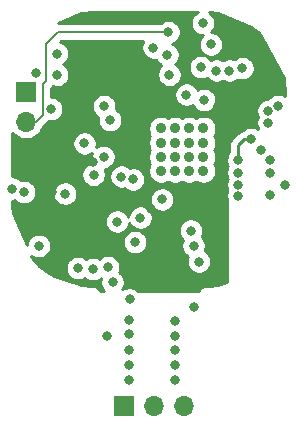
<source format=gbr>
G04 #@! TF.GenerationSoftware,KiCad,Pcbnew,(5.1.5)-3*
G04 #@! TF.CreationDate,2021-08-20T07:44:16+02:00*
G04 #@! TF.ProjectId,nRF52832_qfaa,6e524635-3238-4333-925f-716661612e6b,rev?*
G04 #@! TF.SameCoordinates,Original*
G04 #@! TF.FileFunction,Copper,L3,Inr*
G04 #@! TF.FilePolarity,Positive*
%FSLAX46Y46*%
G04 Gerber Fmt 4.6, Leading zero omitted, Abs format (unit mm)*
G04 Created by KiCad (PCBNEW (5.1.5)-3) date 2021-08-20 07:44:16*
%MOMM*%
%LPD*%
G04 APERTURE LIST*
%ADD10O,1.700000X1.700000*%
%ADD11R,1.700000X1.700000*%
%ADD12C,0.908000*%
%ADD13C,0.800000*%
%ADD14C,0.250000*%
%ADD15C,0.200000*%
%ADD16C,0.254000*%
G04 APERTURE END LIST*
D10*
X136271000Y-103632000D03*
D11*
X136271000Y-101092000D03*
D10*
X149631400Y-127685800D03*
X147091400Y-127685800D03*
D11*
X144551400Y-127685800D03*
D12*
X151301100Y-107803600D03*
X151301100Y-106603600D03*
X151301100Y-105403600D03*
X151301100Y-104203600D03*
X150101100Y-107803600D03*
X150101100Y-106603600D03*
X150101100Y-105403600D03*
X150101100Y-104203600D03*
X148901100Y-107803600D03*
X148901100Y-106603600D03*
X148901100Y-105403600D03*
X148901100Y-104203600D03*
X147701100Y-107803600D03*
X147701100Y-106603600D03*
X147701100Y-105403600D03*
X147701100Y-104203600D03*
D13*
X148259800Y-97967800D03*
X148412200Y-99669600D03*
X143992600Y-112090200D03*
X142901100Y-102303600D03*
X152401100Y-99303600D03*
X156801100Y-102703600D03*
X156801100Y-103703600D03*
X143401100Y-103503600D03*
X157601100Y-102303600D03*
X153501100Y-99303600D03*
X154254200Y-107950000D03*
X154254200Y-108966000D03*
X154254200Y-109905800D03*
X156946600Y-109855000D03*
X156946600Y-107975400D03*
X158191200Y-108966000D03*
X156946600Y-106908600D03*
X156210000Y-105994200D03*
X155321000Y-105105200D03*
X154254200Y-106883200D03*
X154601100Y-99103600D03*
X139598400Y-109728000D03*
X145973800Y-111760000D03*
X141224000Y-105460800D03*
X137363200Y-114147600D03*
X143611600Y-117221000D03*
X142011400Y-108127800D03*
X143179800Y-121742200D03*
X145059400Y-118668800D03*
X144983200Y-125501400D03*
X144983200Y-122961400D03*
X144983200Y-121615200D03*
X151084000Y-99004400D03*
X151257000Y-95275400D03*
X137160000Y-99466400D03*
X138404600Y-102565200D03*
X149860000Y-101346000D03*
X152501100Y-102303600D03*
X138506200Y-109601000D03*
X146837400Y-111048800D03*
X145592800Y-115138200D03*
X141986000Y-107061000D03*
X144983200Y-120421400D03*
X145719800Y-101015800D03*
X148920200Y-120472200D03*
X148920200Y-121742200D03*
X148920200Y-125526800D03*
X150545800Y-119354600D03*
X150926800Y-115468400D03*
X148920200Y-122961400D03*
X150469600Y-114147600D03*
X150241000Y-112852200D03*
X148920200Y-124256800D03*
X144983200Y-124231400D03*
X138912600Y-97869600D03*
X147066000Y-97358200D03*
X151942800Y-97078800D03*
X138912600Y-99669600D03*
X148336000Y-96037400D03*
X147802600Y-110210600D03*
X135077200Y-109296200D03*
X151358600Y-101803200D03*
X143205200Y-115951000D03*
X145516600Y-113817400D03*
X141935200Y-116103400D03*
X145338800Y-108508800D03*
X140665200Y-116027200D03*
X144348200Y-108280200D03*
X142849600Y-106603800D03*
X136118600Y-109601000D03*
D14*
X154254200Y-105587800D02*
X154254200Y-106883200D01*
X155321000Y-105105200D02*
X154736800Y-105105200D01*
X154736800Y-105105200D02*
X154254200Y-105587800D01*
D15*
X136271000Y-103632000D02*
X137109200Y-103632000D01*
X137109200Y-103632000D02*
X137693400Y-103047800D01*
X137693400Y-103047800D02*
X137693400Y-100457000D01*
X137693400Y-100457000D02*
X137947400Y-100203000D01*
X137947400Y-100203000D02*
X137947400Y-97053400D01*
X137947400Y-97053400D02*
X138963400Y-96037400D01*
X138963400Y-96037400D02*
X148336000Y-96037400D01*
X148336000Y-96037400D02*
X148336000Y-96037400D01*
D16*
G36*
X150766744Y-94358195D02*
G01*
X150597226Y-94471463D01*
X150453063Y-94615626D01*
X150339795Y-94785144D01*
X150261774Y-94973502D01*
X150222000Y-95173461D01*
X150222000Y-95377339D01*
X150261774Y-95577298D01*
X150339795Y-95765656D01*
X150453063Y-95935174D01*
X150597226Y-96079337D01*
X150766744Y-96192605D01*
X150955102Y-96270626D01*
X151155061Y-96310400D01*
X151247489Y-96310400D01*
X151138863Y-96419026D01*
X151025595Y-96588544D01*
X150947574Y-96776902D01*
X150907800Y-96976861D01*
X150907800Y-97180739D01*
X150947574Y-97380698D01*
X151025595Y-97569056D01*
X151138863Y-97738574D01*
X151283026Y-97882737D01*
X151452544Y-97996005D01*
X151640902Y-98074026D01*
X151840861Y-98113800D01*
X152044739Y-98113800D01*
X152244698Y-98074026D01*
X152433056Y-97996005D01*
X152602574Y-97882737D01*
X152746737Y-97738574D01*
X152860005Y-97569056D01*
X152938026Y-97380698D01*
X152977800Y-97180739D01*
X152977800Y-96976861D01*
X152938026Y-96776902D01*
X152860005Y-96588544D01*
X152746737Y-96419026D01*
X152602574Y-96274863D01*
X152433056Y-96161595D01*
X152244698Y-96083574D01*
X152044739Y-96043800D01*
X151952311Y-96043800D01*
X152060937Y-95935174D01*
X152174205Y-95765656D01*
X152252226Y-95577298D01*
X152292000Y-95377339D01*
X152292000Y-95173461D01*
X152252226Y-94973502D01*
X152174205Y-94785144D01*
X152060937Y-94615626D01*
X151916774Y-94471463D01*
X151749625Y-94359778D01*
X152413603Y-94407955D01*
X152546081Y-94437203D01*
X155314759Y-95571360D01*
X155927698Y-96039141D01*
X156116582Y-96232359D01*
X158101050Y-99967830D01*
X158165605Y-100295355D01*
X158216679Y-101107667D01*
X158211130Y-101466425D01*
X158091356Y-101386395D01*
X157902998Y-101308374D01*
X157703039Y-101268600D01*
X157499161Y-101268600D01*
X157299202Y-101308374D01*
X157110844Y-101386395D01*
X156941326Y-101499663D01*
X156797163Y-101643826D01*
X156780610Y-101668600D01*
X156699161Y-101668600D01*
X156499202Y-101708374D01*
X156310844Y-101786395D01*
X156141326Y-101899663D01*
X155997163Y-102043826D01*
X155883895Y-102213344D01*
X155805874Y-102401702D01*
X155766100Y-102601661D01*
X155766100Y-102805539D01*
X155805874Y-103005498D01*
X155883895Y-103193856D01*
X155890406Y-103203600D01*
X155883895Y-103213344D01*
X155805874Y-103401702D01*
X155766100Y-103601661D01*
X155766100Y-103805539D01*
X155805874Y-104005498D01*
X155883895Y-104193856D01*
X155935408Y-104270950D01*
X155811256Y-104187995D01*
X155622898Y-104109974D01*
X155422939Y-104070200D01*
X155219061Y-104070200D01*
X155019102Y-104109974D01*
X154830744Y-104187995D01*
X154661226Y-104301263D01*
X154608311Y-104354178D01*
X154587814Y-104356197D01*
X154444553Y-104399654D01*
X154312524Y-104470226D01*
X154196799Y-104565199D01*
X154173000Y-104594198D01*
X153743202Y-105023997D01*
X153714199Y-105047799D01*
X153690239Y-105076995D01*
X153619226Y-105163524D01*
X153570766Y-105254186D01*
X153548654Y-105295554D01*
X153505197Y-105438815D01*
X153494200Y-105550468D01*
X153494200Y-105550478D01*
X153490524Y-105587800D01*
X153494200Y-105625123D01*
X153494200Y-106179489D01*
X153450263Y-106223426D01*
X153336995Y-106392944D01*
X153258974Y-106581302D01*
X153219200Y-106781261D01*
X153219200Y-106985139D01*
X153258974Y-107185098D01*
X153336995Y-107373456D01*
X153365823Y-107416600D01*
X153336995Y-107459744D01*
X153258974Y-107648102D01*
X153219200Y-107848061D01*
X153219200Y-108051939D01*
X153258974Y-108251898D01*
X153336995Y-108440256D01*
X153348851Y-108458000D01*
X153336995Y-108475744D01*
X153258974Y-108664102D01*
X153219200Y-108864061D01*
X153219200Y-109067939D01*
X153258974Y-109267898D01*
X153328563Y-109435900D01*
X153258974Y-109603902D01*
X153219200Y-109803861D01*
X153219200Y-110007739D01*
X153258974Y-110207698D01*
X153289000Y-110280187D01*
X153289000Y-117175250D01*
X152545495Y-117442619D01*
X151767010Y-117523643D01*
X151612199Y-117526200D01*
X151543419Y-117526200D01*
X151511000Y-117523007D01*
X151460569Y-117527974D01*
X151381617Y-117535750D01*
X151257207Y-117573490D01*
X151142550Y-117634775D01*
X151042052Y-117717252D01*
X150959575Y-117817750D01*
X150898401Y-117932200D01*
X145786511Y-117932200D01*
X145719174Y-117864863D01*
X145549656Y-117751595D01*
X145361298Y-117673574D01*
X145161339Y-117633800D01*
X144957461Y-117633800D01*
X144757502Y-117673574D01*
X144569144Y-117751595D01*
X144447576Y-117832824D01*
X144528805Y-117711256D01*
X144606826Y-117522898D01*
X144646600Y-117322939D01*
X144646600Y-117119061D01*
X144606826Y-116919102D01*
X144528805Y-116730744D01*
X144415537Y-116561226D01*
X144271374Y-116417063D01*
X144162546Y-116344347D01*
X144200426Y-116252898D01*
X144240200Y-116052939D01*
X144240200Y-115849061D01*
X144200426Y-115649102D01*
X144122405Y-115460744D01*
X144009137Y-115291226D01*
X143864974Y-115147063D01*
X143695456Y-115033795D01*
X143507098Y-114955774D01*
X143307139Y-114916000D01*
X143103261Y-114916000D01*
X142903302Y-114955774D01*
X142714944Y-115033795D01*
X142545426Y-115147063D01*
X142473915Y-115218574D01*
X142425456Y-115186195D01*
X142237098Y-115108174D01*
X142037139Y-115068400D01*
X141833261Y-115068400D01*
X141633302Y-115108174D01*
X141444944Y-115186195D01*
X141350806Y-115249095D01*
X141324974Y-115223263D01*
X141155456Y-115109995D01*
X140967098Y-115031974D01*
X140767139Y-114992200D01*
X140563261Y-114992200D01*
X140363302Y-115031974D01*
X140174944Y-115109995D01*
X140005426Y-115223263D01*
X139861263Y-115367426D01*
X139747995Y-115536944D01*
X139669974Y-115725302D01*
X139630200Y-115925261D01*
X139630200Y-116129139D01*
X139669974Y-116329098D01*
X139747995Y-116517456D01*
X139861263Y-116686974D01*
X140005426Y-116831137D01*
X140174944Y-116944405D01*
X140363302Y-117022426D01*
X140563261Y-117062200D01*
X140767139Y-117062200D01*
X140967098Y-117022426D01*
X141155456Y-116944405D01*
X141249594Y-116881505D01*
X141275426Y-116907337D01*
X141444944Y-117020605D01*
X141633302Y-117098626D01*
X141833261Y-117138400D01*
X142037139Y-117138400D01*
X142237098Y-117098626D01*
X142425456Y-117020605D01*
X142594974Y-116907337D01*
X142639825Y-116862486D01*
X142616374Y-116919102D01*
X142576600Y-117119061D01*
X142576600Y-117322939D01*
X142616374Y-117522898D01*
X142694395Y-117711256D01*
X142807663Y-117880774D01*
X142859089Y-117932200D01*
X142522376Y-117932200D01*
X142461225Y-117817793D01*
X142378748Y-117717295D01*
X142278249Y-117634818D01*
X142163592Y-117573533D01*
X142039182Y-117535793D01*
X141909800Y-117523050D01*
X141901274Y-117523890D01*
X140930997Y-117453488D01*
X140733715Y-117409932D01*
X138669725Y-116680239D01*
X138197047Y-116417689D01*
X137416899Y-115822299D01*
X136843566Y-115235808D01*
X136726592Y-114967016D01*
X136872944Y-115064805D01*
X137061302Y-115142826D01*
X137261261Y-115182600D01*
X137465139Y-115182600D01*
X137665098Y-115142826D01*
X137853456Y-115064805D01*
X138022974Y-114951537D01*
X138167137Y-114807374D01*
X138280405Y-114637856D01*
X138358426Y-114449498D01*
X138398200Y-114249539D01*
X138398200Y-114045661D01*
X138358426Y-113845702D01*
X138304479Y-113715461D01*
X144481600Y-113715461D01*
X144481600Y-113919339D01*
X144521374Y-114119298D01*
X144599395Y-114307656D01*
X144712663Y-114477174D01*
X144856826Y-114621337D01*
X145026344Y-114734605D01*
X145214702Y-114812626D01*
X145414661Y-114852400D01*
X145618539Y-114852400D01*
X145818498Y-114812626D01*
X146006856Y-114734605D01*
X146176374Y-114621337D01*
X146320537Y-114477174D01*
X146433805Y-114307656D01*
X146511826Y-114119298D01*
X146551600Y-113919339D01*
X146551600Y-113715461D01*
X146511826Y-113515502D01*
X146433805Y-113327144D01*
X146320537Y-113157626D01*
X146176374Y-113013463D01*
X146006856Y-112900195D01*
X145818498Y-112822174D01*
X145618539Y-112782400D01*
X145414661Y-112782400D01*
X145214702Y-112822174D01*
X145026344Y-112900195D01*
X144856826Y-113013463D01*
X144712663Y-113157626D01*
X144599395Y-113327144D01*
X144521374Y-113515502D01*
X144481600Y-113715461D01*
X138304479Y-113715461D01*
X138280405Y-113657344D01*
X138167137Y-113487826D01*
X138022974Y-113343663D01*
X137853456Y-113230395D01*
X137665098Y-113152374D01*
X137465139Y-113112600D01*
X137261261Y-113112600D01*
X137061302Y-113152374D01*
X136872944Y-113230395D01*
X136703426Y-113343663D01*
X136559263Y-113487826D01*
X136445995Y-113657344D01*
X136367974Y-113845702D01*
X136328200Y-114045661D01*
X136328200Y-114051563D01*
X135430282Y-111988261D01*
X142957600Y-111988261D01*
X142957600Y-112192139D01*
X142997374Y-112392098D01*
X143075395Y-112580456D01*
X143188663Y-112749974D01*
X143332826Y-112894137D01*
X143502344Y-113007405D01*
X143690702Y-113085426D01*
X143890661Y-113125200D01*
X144094539Y-113125200D01*
X144294498Y-113085426D01*
X144482856Y-113007405D01*
X144652374Y-112894137D01*
X144796537Y-112749974D01*
X144909805Y-112580456D01*
X144987826Y-112392098D01*
X145027600Y-112192139D01*
X145027600Y-112180256D01*
X145056595Y-112250256D01*
X145169863Y-112419774D01*
X145314026Y-112563937D01*
X145483544Y-112677205D01*
X145671902Y-112755226D01*
X145871861Y-112795000D01*
X146075739Y-112795000D01*
X146275698Y-112755226D01*
X146287684Y-112750261D01*
X149206000Y-112750261D01*
X149206000Y-112954139D01*
X149245774Y-113154098D01*
X149323795Y-113342456D01*
X149437063Y-113511974D01*
X149564427Y-113639338D01*
X149552395Y-113657344D01*
X149474374Y-113845702D01*
X149434600Y-114045661D01*
X149434600Y-114249539D01*
X149474374Y-114449498D01*
X149552395Y-114637856D01*
X149665663Y-114807374D01*
X149809826Y-114951537D01*
X149974922Y-115061851D01*
X149931574Y-115166502D01*
X149891800Y-115366461D01*
X149891800Y-115570339D01*
X149931574Y-115770298D01*
X150009595Y-115958656D01*
X150122863Y-116128174D01*
X150267026Y-116272337D01*
X150436544Y-116385605D01*
X150624902Y-116463626D01*
X150824861Y-116503400D01*
X151028739Y-116503400D01*
X151228698Y-116463626D01*
X151417056Y-116385605D01*
X151586574Y-116272337D01*
X151730737Y-116128174D01*
X151844005Y-115958656D01*
X151922026Y-115770298D01*
X151961800Y-115570339D01*
X151961800Y-115366461D01*
X151922026Y-115166502D01*
X151844005Y-114978144D01*
X151730737Y-114808626D01*
X151586574Y-114664463D01*
X151421478Y-114554149D01*
X151464826Y-114449498D01*
X151504600Y-114249539D01*
X151504600Y-114045661D01*
X151464826Y-113845702D01*
X151386805Y-113657344D01*
X151273537Y-113487826D01*
X151146173Y-113360462D01*
X151158205Y-113342456D01*
X151236226Y-113154098D01*
X151276000Y-112954139D01*
X151276000Y-112750261D01*
X151236226Y-112550302D01*
X151158205Y-112361944D01*
X151044937Y-112192426D01*
X150900774Y-112048263D01*
X150731256Y-111934995D01*
X150542898Y-111856974D01*
X150342939Y-111817200D01*
X150139061Y-111817200D01*
X149939102Y-111856974D01*
X149750744Y-111934995D01*
X149581226Y-112048263D01*
X149437063Y-112192426D01*
X149323795Y-112361944D01*
X149245774Y-112550302D01*
X149206000Y-112750261D01*
X146287684Y-112750261D01*
X146464056Y-112677205D01*
X146633574Y-112563937D01*
X146777737Y-112419774D01*
X146891005Y-112250256D01*
X146969026Y-112061898D01*
X147008800Y-111861939D01*
X147008800Y-111658061D01*
X146969026Y-111458102D01*
X146891005Y-111269744D01*
X146777737Y-111100226D01*
X146633574Y-110956063D01*
X146464056Y-110842795D01*
X146275698Y-110764774D01*
X146075739Y-110725000D01*
X145871861Y-110725000D01*
X145671902Y-110764774D01*
X145483544Y-110842795D01*
X145314026Y-110956063D01*
X145169863Y-111100226D01*
X145056595Y-111269744D01*
X144978574Y-111458102D01*
X144938800Y-111658061D01*
X144938800Y-111669944D01*
X144909805Y-111599944D01*
X144796537Y-111430426D01*
X144652374Y-111286263D01*
X144482856Y-111172995D01*
X144294498Y-111094974D01*
X144094539Y-111055200D01*
X143890661Y-111055200D01*
X143690702Y-111094974D01*
X143502344Y-111172995D01*
X143332826Y-111286263D01*
X143188663Y-111430426D01*
X143075395Y-111599944D01*
X142997374Y-111788302D01*
X142957600Y-111988261D01*
X135430282Y-111988261D01*
X135167585Y-111384617D01*
X135127600Y-110748676D01*
X135127600Y-110331200D01*
X135179139Y-110331200D01*
X135350920Y-110297031D01*
X135458826Y-110404937D01*
X135628344Y-110518205D01*
X135816702Y-110596226D01*
X136016661Y-110636000D01*
X136220539Y-110636000D01*
X136420498Y-110596226D01*
X136608856Y-110518205D01*
X136778374Y-110404937D01*
X136922537Y-110260774D01*
X137035805Y-110091256D01*
X137113826Y-109902898D01*
X137153600Y-109702939D01*
X137153600Y-109626061D01*
X138563400Y-109626061D01*
X138563400Y-109829939D01*
X138603174Y-110029898D01*
X138681195Y-110218256D01*
X138794463Y-110387774D01*
X138938626Y-110531937D01*
X139108144Y-110645205D01*
X139296502Y-110723226D01*
X139496461Y-110763000D01*
X139700339Y-110763000D01*
X139900298Y-110723226D01*
X140088656Y-110645205D01*
X140258174Y-110531937D01*
X140402337Y-110387774D01*
X140515605Y-110218256D01*
X140561001Y-110108661D01*
X146767600Y-110108661D01*
X146767600Y-110312539D01*
X146807374Y-110512498D01*
X146885395Y-110700856D01*
X146998663Y-110870374D01*
X147142826Y-111014537D01*
X147312344Y-111127805D01*
X147500702Y-111205826D01*
X147700661Y-111245600D01*
X147904539Y-111245600D01*
X148104498Y-111205826D01*
X148292856Y-111127805D01*
X148462374Y-111014537D01*
X148606537Y-110870374D01*
X148719805Y-110700856D01*
X148797826Y-110512498D01*
X148837600Y-110312539D01*
X148837600Y-110108661D01*
X148797826Y-109908702D01*
X148719805Y-109720344D01*
X148606537Y-109550826D01*
X148462374Y-109406663D01*
X148292856Y-109293395D01*
X148104498Y-109215374D01*
X147904539Y-109175600D01*
X147700661Y-109175600D01*
X147500702Y-109215374D01*
X147312344Y-109293395D01*
X147142826Y-109406663D01*
X146998663Y-109550826D01*
X146885395Y-109720344D01*
X146807374Y-109908702D01*
X146767600Y-110108661D01*
X140561001Y-110108661D01*
X140593626Y-110029898D01*
X140633400Y-109829939D01*
X140633400Y-109626061D01*
X140593626Y-109426102D01*
X140515605Y-109237744D01*
X140402337Y-109068226D01*
X140258174Y-108924063D01*
X140088656Y-108810795D01*
X139900298Y-108732774D01*
X139700339Y-108693000D01*
X139496461Y-108693000D01*
X139296502Y-108732774D01*
X139108144Y-108810795D01*
X138938626Y-108924063D01*
X138794463Y-109068226D01*
X138681195Y-109237744D01*
X138603174Y-109426102D01*
X138563400Y-109626061D01*
X137153600Y-109626061D01*
X137153600Y-109499061D01*
X137113826Y-109299102D01*
X137035805Y-109110744D01*
X136922537Y-108941226D01*
X136778374Y-108797063D01*
X136608856Y-108683795D01*
X136420498Y-108605774D01*
X136220539Y-108566000D01*
X136016661Y-108566000D01*
X135844880Y-108600169D01*
X135736974Y-108492263D01*
X135567456Y-108378995D01*
X135379098Y-108300974D01*
X135179139Y-108261200D01*
X135127600Y-108261200D01*
X135127600Y-105358861D01*
X140189000Y-105358861D01*
X140189000Y-105562739D01*
X140228774Y-105762698D01*
X140306795Y-105951056D01*
X140420063Y-106120574D01*
X140564226Y-106264737D01*
X140733744Y-106378005D01*
X140922102Y-106456026D01*
X141122061Y-106495800D01*
X141325939Y-106495800D01*
X141525898Y-106456026D01*
X141714256Y-106378005D01*
X141864409Y-106277677D01*
X141854374Y-106301902D01*
X141814600Y-106501861D01*
X141814600Y-106705739D01*
X141854374Y-106905698D01*
X141931875Y-107092800D01*
X141909461Y-107092800D01*
X141709502Y-107132574D01*
X141521144Y-107210595D01*
X141351626Y-107323863D01*
X141207463Y-107468026D01*
X141094195Y-107637544D01*
X141016174Y-107825902D01*
X140976400Y-108025861D01*
X140976400Y-108229739D01*
X141016174Y-108429698D01*
X141094195Y-108618056D01*
X141207463Y-108787574D01*
X141351626Y-108931737D01*
X141521144Y-109045005D01*
X141709502Y-109123026D01*
X141909461Y-109162800D01*
X142113339Y-109162800D01*
X142313298Y-109123026D01*
X142501656Y-109045005D01*
X142671174Y-108931737D01*
X142815337Y-108787574D01*
X142928605Y-108618056D01*
X143006626Y-108429698D01*
X143046400Y-108229739D01*
X143046400Y-108178261D01*
X143313200Y-108178261D01*
X143313200Y-108382139D01*
X143352974Y-108582098D01*
X143430995Y-108770456D01*
X143544263Y-108939974D01*
X143688426Y-109084137D01*
X143857944Y-109197405D01*
X144046302Y-109275426D01*
X144246261Y-109315200D01*
X144450139Y-109315200D01*
X144643106Y-109276817D01*
X144679026Y-109312737D01*
X144848544Y-109426005D01*
X145036902Y-109504026D01*
X145236861Y-109543800D01*
X145440739Y-109543800D01*
X145640698Y-109504026D01*
X145829056Y-109426005D01*
X145998574Y-109312737D01*
X146142737Y-109168574D01*
X146256005Y-108999056D01*
X146334026Y-108810698D01*
X146373800Y-108610739D01*
X146373800Y-108406861D01*
X146334026Y-108206902D01*
X146256005Y-108018544D01*
X146142737Y-107849026D01*
X145998574Y-107704863D01*
X145829056Y-107591595D01*
X145640698Y-107513574D01*
X145440739Y-107473800D01*
X145236861Y-107473800D01*
X145043894Y-107512183D01*
X145007974Y-107476263D01*
X144838456Y-107362995D01*
X144650098Y-107284974D01*
X144450139Y-107245200D01*
X144246261Y-107245200D01*
X144046302Y-107284974D01*
X143857944Y-107362995D01*
X143688426Y-107476263D01*
X143544263Y-107620426D01*
X143430995Y-107789944D01*
X143352974Y-107978302D01*
X143313200Y-108178261D01*
X143046400Y-108178261D01*
X143046400Y-108025861D01*
X143006626Y-107825902D01*
X142929125Y-107638800D01*
X142951539Y-107638800D01*
X143151498Y-107599026D01*
X143339856Y-107521005D01*
X143509374Y-107407737D01*
X143653537Y-107263574D01*
X143766805Y-107094056D01*
X143844826Y-106905698D01*
X143884600Y-106705739D01*
X143884600Y-106501861D01*
X143844826Y-106301902D01*
X143766805Y-106113544D01*
X143653537Y-105944026D01*
X143509374Y-105799863D01*
X143339856Y-105686595D01*
X143151498Y-105608574D01*
X142951539Y-105568800D01*
X142747661Y-105568800D01*
X142547702Y-105608574D01*
X142359344Y-105686595D01*
X142209191Y-105786923D01*
X142219226Y-105762698D01*
X142259000Y-105562739D01*
X142259000Y-105358861D01*
X142219226Y-105158902D01*
X142141205Y-104970544D01*
X142027937Y-104801026D01*
X141883774Y-104656863D01*
X141714256Y-104543595D01*
X141525898Y-104465574D01*
X141325939Y-104425800D01*
X141122061Y-104425800D01*
X140922102Y-104465574D01*
X140733744Y-104543595D01*
X140564226Y-104656863D01*
X140420063Y-104801026D01*
X140306795Y-104970544D01*
X140228774Y-105158902D01*
X140189000Y-105358861D01*
X135127600Y-105358861D01*
X135127600Y-104588707D01*
X135324368Y-104785475D01*
X135567589Y-104947990D01*
X135837842Y-105059932D01*
X136124740Y-105117000D01*
X136417260Y-105117000D01*
X136704158Y-105059932D01*
X136974411Y-104947990D01*
X137217632Y-104785475D01*
X137424475Y-104578632D01*
X137586990Y-104335411D01*
X137687225Y-104093421D01*
X138187597Y-103593050D01*
X138203032Y-103580383D01*
X138302661Y-103600200D01*
X138506539Y-103600200D01*
X138706498Y-103560426D01*
X138894856Y-103482405D01*
X139064374Y-103369137D01*
X139208537Y-103224974D01*
X139321805Y-103055456D01*
X139399826Y-102867098D01*
X139439600Y-102667139D01*
X139439600Y-102463261D01*
X139399826Y-102263302D01*
X139374294Y-102201661D01*
X141866100Y-102201661D01*
X141866100Y-102405539D01*
X141905874Y-102605498D01*
X141983895Y-102793856D01*
X142097163Y-102963374D01*
X142241326Y-103107537D01*
X142403103Y-103215633D01*
X142366100Y-103401661D01*
X142366100Y-103605539D01*
X142405874Y-103805498D01*
X142483895Y-103993856D01*
X142597163Y-104163374D01*
X142741326Y-104307537D01*
X142910844Y-104420805D01*
X143099202Y-104498826D01*
X143299161Y-104538600D01*
X143503039Y-104538600D01*
X143702998Y-104498826D01*
X143891356Y-104420805D01*
X144060874Y-104307537D01*
X144205037Y-104163374D01*
X144249825Y-104096343D01*
X146612100Y-104096343D01*
X146612100Y-104310857D01*
X146653950Y-104521250D01*
X146736041Y-104719435D01*
X146792278Y-104803600D01*
X146736041Y-104887765D01*
X146653950Y-105085950D01*
X146612100Y-105296343D01*
X146612100Y-105510857D01*
X146653950Y-105721250D01*
X146736041Y-105919435D01*
X146792278Y-106003600D01*
X146736041Y-106087765D01*
X146653950Y-106285950D01*
X146612100Y-106496343D01*
X146612100Y-106710857D01*
X146653950Y-106921250D01*
X146736041Y-107119435D01*
X146792278Y-107203600D01*
X146736041Y-107287765D01*
X146653950Y-107485950D01*
X146612100Y-107696343D01*
X146612100Y-107910857D01*
X146653950Y-108121250D01*
X146736041Y-108319435D01*
X146855219Y-108497797D01*
X147006903Y-108649481D01*
X147185265Y-108768659D01*
X147383450Y-108850750D01*
X147593843Y-108892600D01*
X147808357Y-108892600D01*
X148018750Y-108850750D01*
X148216935Y-108768659D01*
X148301100Y-108712422D01*
X148385265Y-108768659D01*
X148583450Y-108850750D01*
X148793843Y-108892600D01*
X149008357Y-108892600D01*
X149218750Y-108850750D01*
X149416935Y-108768659D01*
X149501100Y-108712422D01*
X149585265Y-108768659D01*
X149783450Y-108850750D01*
X149993843Y-108892600D01*
X150208357Y-108892600D01*
X150418750Y-108850750D01*
X150616935Y-108768659D01*
X150701100Y-108712422D01*
X150785265Y-108768659D01*
X150983450Y-108850750D01*
X151193843Y-108892600D01*
X151408357Y-108892600D01*
X151618750Y-108850750D01*
X151816935Y-108768659D01*
X151995297Y-108649481D01*
X152146981Y-108497797D01*
X152266159Y-108319435D01*
X152348250Y-108121250D01*
X152390100Y-107910857D01*
X152390100Y-107696343D01*
X152348250Y-107485950D01*
X152266159Y-107287765D01*
X152209922Y-107203600D01*
X152266159Y-107119435D01*
X152348250Y-106921250D01*
X152390100Y-106710857D01*
X152390100Y-106496343D01*
X152348250Y-106285950D01*
X152266159Y-106087765D01*
X152209922Y-106003600D01*
X152266159Y-105919435D01*
X152348250Y-105721250D01*
X152390100Y-105510857D01*
X152390100Y-105296343D01*
X152348250Y-105085950D01*
X152266159Y-104887765D01*
X152209922Y-104803600D01*
X152266159Y-104719435D01*
X152348250Y-104521250D01*
X152390100Y-104310857D01*
X152390100Y-104096343D01*
X152348250Y-103885950D01*
X152266159Y-103687765D01*
X152146981Y-103509403D01*
X151995297Y-103357719D01*
X151816935Y-103238541D01*
X151618750Y-103156450D01*
X151408357Y-103114600D01*
X151193843Y-103114600D01*
X150983450Y-103156450D01*
X150785265Y-103238541D01*
X150701100Y-103294778D01*
X150616935Y-103238541D01*
X150418750Y-103156450D01*
X150208357Y-103114600D01*
X149993843Y-103114600D01*
X149783450Y-103156450D01*
X149585265Y-103238541D01*
X149501100Y-103294778D01*
X149416935Y-103238541D01*
X149218750Y-103156450D01*
X149008357Y-103114600D01*
X148793843Y-103114600D01*
X148583450Y-103156450D01*
X148385265Y-103238541D01*
X148301100Y-103294778D01*
X148216935Y-103238541D01*
X148018750Y-103156450D01*
X147808357Y-103114600D01*
X147593843Y-103114600D01*
X147383450Y-103156450D01*
X147185265Y-103238541D01*
X147006903Y-103357719D01*
X146855219Y-103509403D01*
X146736041Y-103687765D01*
X146653950Y-103885950D01*
X146612100Y-104096343D01*
X144249825Y-104096343D01*
X144318305Y-103993856D01*
X144396326Y-103805498D01*
X144436100Y-103605539D01*
X144436100Y-103401661D01*
X144396326Y-103201702D01*
X144318305Y-103013344D01*
X144205037Y-102843826D01*
X144060874Y-102699663D01*
X143899097Y-102591567D01*
X143936100Y-102405539D01*
X143936100Y-102201661D01*
X143896326Y-102001702D01*
X143818305Y-101813344D01*
X143705037Y-101643826D01*
X143560874Y-101499663D01*
X143391356Y-101386395D01*
X143202998Y-101308374D01*
X143003039Y-101268600D01*
X142799161Y-101268600D01*
X142599202Y-101308374D01*
X142410844Y-101386395D01*
X142241326Y-101499663D01*
X142097163Y-101643826D01*
X141983895Y-101813344D01*
X141905874Y-102001702D01*
X141866100Y-102201661D01*
X139374294Y-102201661D01*
X139321805Y-102074944D01*
X139208537Y-101905426D01*
X139064374Y-101761263D01*
X138894856Y-101647995D01*
X138706498Y-101569974D01*
X138506539Y-101530200D01*
X138428400Y-101530200D01*
X138428400Y-101244061D01*
X148825000Y-101244061D01*
X148825000Y-101447939D01*
X148864774Y-101647898D01*
X148942795Y-101836256D01*
X149056063Y-102005774D01*
X149200226Y-102149937D01*
X149369744Y-102263205D01*
X149558102Y-102341226D01*
X149758061Y-102381000D01*
X149961939Y-102381000D01*
X150161898Y-102341226D01*
X150350256Y-102263205D01*
X150411824Y-102222066D01*
X150441395Y-102293456D01*
X150554663Y-102462974D01*
X150698826Y-102607137D01*
X150868344Y-102720405D01*
X151056702Y-102798426D01*
X151256661Y-102838200D01*
X151460539Y-102838200D01*
X151660498Y-102798426D01*
X151848856Y-102720405D01*
X152018374Y-102607137D01*
X152162537Y-102462974D01*
X152275805Y-102293456D01*
X152353826Y-102105098D01*
X152393600Y-101905139D01*
X152393600Y-101701261D01*
X152353826Y-101501302D01*
X152275805Y-101312944D01*
X152162537Y-101143426D01*
X152018374Y-100999263D01*
X151848856Y-100885995D01*
X151660498Y-100807974D01*
X151460539Y-100768200D01*
X151256661Y-100768200D01*
X151056702Y-100807974D01*
X150868344Y-100885995D01*
X150806776Y-100927134D01*
X150777205Y-100855744D01*
X150663937Y-100686226D01*
X150519774Y-100542063D01*
X150350256Y-100428795D01*
X150161898Y-100350774D01*
X149961939Y-100311000D01*
X149758061Y-100311000D01*
X149558102Y-100350774D01*
X149369744Y-100428795D01*
X149200226Y-100542063D01*
X149056063Y-100686226D01*
X148942795Y-100855744D01*
X148864774Y-101044102D01*
X148825000Y-101244061D01*
X138428400Y-101244061D01*
X138428400Y-100761446D01*
X138441592Y-100748254D01*
X138469637Y-100725238D01*
X138542426Y-100636545D01*
X138610702Y-100664826D01*
X138810661Y-100704600D01*
X139014539Y-100704600D01*
X139214498Y-100664826D01*
X139402856Y-100586805D01*
X139572374Y-100473537D01*
X139716537Y-100329374D01*
X139829805Y-100159856D01*
X139907826Y-99971498D01*
X139947600Y-99771539D01*
X139947600Y-99567661D01*
X139907826Y-99367702D01*
X139829805Y-99179344D01*
X139716537Y-99009826D01*
X139572374Y-98865663D01*
X139428605Y-98769600D01*
X139572374Y-98673537D01*
X139716537Y-98529374D01*
X139829805Y-98359856D01*
X139907826Y-98171498D01*
X139947600Y-97971539D01*
X139947600Y-97767661D01*
X139907826Y-97567702D01*
X139829805Y-97379344D01*
X139716537Y-97209826D01*
X139572374Y-97065663D01*
X139402856Y-96952395D01*
X139214498Y-96874374D01*
X139173940Y-96866307D01*
X139267847Y-96772400D01*
X146212635Y-96772400D01*
X146148795Y-96867944D01*
X146070774Y-97056302D01*
X146031000Y-97256261D01*
X146031000Y-97460139D01*
X146070774Y-97660098D01*
X146148795Y-97848456D01*
X146262063Y-98017974D01*
X146406226Y-98162137D01*
X146575744Y-98275405D01*
X146764102Y-98353426D01*
X146964061Y-98393200D01*
X147167939Y-98393200D01*
X147304481Y-98366040D01*
X147342595Y-98458056D01*
X147455863Y-98627574D01*
X147600026Y-98771737D01*
X147747688Y-98870401D01*
X147608263Y-99009826D01*
X147494995Y-99179344D01*
X147416974Y-99367702D01*
X147377200Y-99567661D01*
X147377200Y-99771539D01*
X147416974Y-99971498D01*
X147494995Y-100159856D01*
X147608263Y-100329374D01*
X147752426Y-100473537D01*
X147921944Y-100586805D01*
X148110302Y-100664826D01*
X148310261Y-100704600D01*
X148514139Y-100704600D01*
X148714098Y-100664826D01*
X148902456Y-100586805D01*
X149071974Y-100473537D01*
X149216137Y-100329374D01*
X149329405Y-100159856D01*
X149407426Y-99971498D01*
X149447200Y-99771539D01*
X149447200Y-99567661D01*
X149407426Y-99367702D01*
X149329405Y-99179344D01*
X149216137Y-99009826D01*
X149108772Y-98902461D01*
X150049000Y-98902461D01*
X150049000Y-99106339D01*
X150088774Y-99306298D01*
X150166795Y-99494656D01*
X150280063Y-99664174D01*
X150424226Y-99808337D01*
X150593744Y-99921605D01*
X150782102Y-99999626D01*
X150982061Y-100039400D01*
X151185939Y-100039400D01*
X151385898Y-99999626D01*
X151570338Y-99923228D01*
X151597163Y-99963374D01*
X151741326Y-100107537D01*
X151910844Y-100220805D01*
X152099202Y-100298826D01*
X152299161Y-100338600D01*
X152503039Y-100338600D01*
X152702998Y-100298826D01*
X152891356Y-100220805D01*
X152951100Y-100180885D01*
X153010844Y-100220805D01*
X153199202Y-100298826D01*
X153399161Y-100338600D01*
X153603039Y-100338600D01*
X153802998Y-100298826D01*
X153991356Y-100220805D01*
X154160874Y-100107537D01*
X154207549Y-100060862D01*
X154299202Y-100098826D01*
X154499161Y-100138600D01*
X154703039Y-100138600D01*
X154902998Y-100098826D01*
X155091356Y-100020805D01*
X155260874Y-99907537D01*
X155405037Y-99763374D01*
X155518305Y-99593856D01*
X155596326Y-99405498D01*
X155636100Y-99205539D01*
X155636100Y-99001661D01*
X155596326Y-98801702D01*
X155518305Y-98613344D01*
X155405037Y-98443826D01*
X155260874Y-98299663D01*
X155091356Y-98186395D01*
X154902998Y-98108374D01*
X154703039Y-98068600D01*
X154499161Y-98068600D01*
X154299202Y-98108374D01*
X154110844Y-98186395D01*
X153941326Y-98299663D01*
X153894651Y-98346338D01*
X153802998Y-98308374D01*
X153603039Y-98268600D01*
X153399161Y-98268600D01*
X153199202Y-98308374D01*
X153010844Y-98386395D01*
X152951100Y-98426315D01*
X152891356Y-98386395D01*
X152702998Y-98308374D01*
X152503039Y-98268600D01*
X152299161Y-98268600D01*
X152099202Y-98308374D01*
X151914762Y-98384772D01*
X151887937Y-98344626D01*
X151743774Y-98200463D01*
X151574256Y-98087195D01*
X151385898Y-98009174D01*
X151185939Y-97969400D01*
X150982061Y-97969400D01*
X150782102Y-98009174D01*
X150593744Y-98087195D01*
X150424226Y-98200463D01*
X150280063Y-98344626D01*
X150166795Y-98514144D01*
X150088774Y-98702502D01*
X150049000Y-98902461D01*
X149108772Y-98902461D01*
X149071974Y-98865663D01*
X148924312Y-98766999D01*
X149063737Y-98627574D01*
X149177005Y-98458056D01*
X149255026Y-98269698D01*
X149294800Y-98069739D01*
X149294800Y-97865861D01*
X149255026Y-97665902D01*
X149177005Y-97477544D01*
X149063737Y-97308026D01*
X148919574Y-97163863D01*
X148750056Y-97050595D01*
X148672287Y-97018382D01*
X148826256Y-96954605D01*
X148995774Y-96841337D01*
X149139937Y-96697174D01*
X149253205Y-96527656D01*
X149331226Y-96339298D01*
X149371000Y-96139339D01*
X149371000Y-95935461D01*
X149331226Y-95735502D01*
X149253205Y-95547144D01*
X149139937Y-95377626D01*
X148995774Y-95233463D01*
X148826256Y-95120195D01*
X148637898Y-95042174D01*
X148437939Y-95002400D01*
X148234061Y-95002400D01*
X148034102Y-95042174D01*
X147845744Y-95120195D01*
X147676226Y-95233463D01*
X147607289Y-95302400D01*
X139031027Y-95302400D01*
X140976541Y-94408515D01*
X141087755Y-94386595D01*
X141905167Y-94335200D01*
X150822258Y-94335200D01*
X150766744Y-94358195D01*
G37*
X150766744Y-94358195D02*
X150597226Y-94471463D01*
X150453063Y-94615626D01*
X150339795Y-94785144D01*
X150261774Y-94973502D01*
X150222000Y-95173461D01*
X150222000Y-95377339D01*
X150261774Y-95577298D01*
X150339795Y-95765656D01*
X150453063Y-95935174D01*
X150597226Y-96079337D01*
X150766744Y-96192605D01*
X150955102Y-96270626D01*
X151155061Y-96310400D01*
X151247489Y-96310400D01*
X151138863Y-96419026D01*
X151025595Y-96588544D01*
X150947574Y-96776902D01*
X150907800Y-96976861D01*
X150907800Y-97180739D01*
X150947574Y-97380698D01*
X151025595Y-97569056D01*
X151138863Y-97738574D01*
X151283026Y-97882737D01*
X151452544Y-97996005D01*
X151640902Y-98074026D01*
X151840861Y-98113800D01*
X152044739Y-98113800D01*
X152244698Y-98074026D01*
X152433056Y-97996005D01*
X152602574Y-97882737D01*
X152746737Y-97738574D01*
X152860005Y-97569056D01*
X152938026Y-97380698D01*
X152977800Y-97180739D01*
X152977800Y-96976861D01*
X152938026Y-96776902D01*
X152860005Y-96588544D01*
X152746737Y-96419026D01*
X152602574Y-96274863D01*
X152433056Y-96161595D01*
X152244698Y-96083574D01*
X152044739Y-96043800D01*
X151952311Y-96043800D01*
X152060937Y-95935174D01*
X152174205Y-95765656D01*
X152252226Y-95577298D01*
X152292000Y-95377339D01*
X152292000Y-95173461D01*
X152252226Y-94973502D01*
X152174205Y-94785144D01*
X152060937Y-94615626D01*
X151916774Y-94471463D01*
X151749625Y-94359778D01*
X152413603Y-94407955D01*
X152546081Y-94437203D01*
X155314759Y-95571360D01*
X155927698Y-96039141D01*
X156116582Y-96232359D01*
X158101050Y-99967830D01*
X158165605Y-100295355D01*
X158216679Y-101107667D01*
X158211130Y-101466425D01*
X158091356Y-101386395D01*
X157902998Y-101308374D01*
X157703039Y-101268600D01*
X157499161Y-101268600D01*
X157299202Y-101308374D01*
X157110844Y-101386395D01*
X156941326Y-101499663D01*
X156797163Y-101643826D01*
X156780610Y-101668600D01*
X156699161Y-101668600D01*
X156499202Y-101708374D01*
X156310844Y-101786395D01*
X156141326Y-101899663D01*
X155997163Y-102043826D01*
X155883895Y-102213344D01*
X155805874Y-102401702D01*
X155766100Y-102601661D01*
X155766100Y-102805539D01*
X155805874Y-103005498D01*
X155883895Y-103193856D01*
X155890406Y-103203600D01*
X155883895Y-103213344D01*
X155805874Y-103401702D01*
X155766100Y-103601661D01*
X155766100Y-103805539D01*
X155805874Y-104005498D01*
X155883895Y-104193856D01*
X155935408Y-104270950D01*
X155811256Y-104187995D01*
X155622898Y-104109974D01*
X155422939Y-104070200D01*
X155219061Y-104070200D01*
X155019102Y-104109974D01*
X154830744Y-104187995D01*
X154661226Y-104301263D01*
X154608311Y-104354178D01*
X154587814Y-104356197D01*
X154444553Y-104399654D01*
X154312524Y-104470226D01*
X154196799Y-104565199D01*
X154173000Y-104594198D01*
X153743202Y-105023997D01*
X153714199Y-105047799D01*
X153690239Y-105076995D01*
X153619226Y-105163524D01*
X153570766Y-105254186D01*
X153548654Y-105295554D01*
X153505197Y-105438815D01*
X153494200Y-105550468D01*
X153494200Y-105550478D01*
X153490524Y-105587800D01*
X153494200Y-105625123D01*
X153494200Y-106179489D01*
X153450263Y-106223426D01*
X153336995Y-106392944D01*
X153258974Y-106581302D01*
X153219200Y-106781261D01*
X153219200Y-106985139D01*
X153258974Y-107185098D01*
X153336995Y-107373456D01*
X153365823Y-107416600D01*
X153336995Y-107459744D01*
X153258974Y-107648102D01*
X153219200Y-107848061D01*
X153219200Y-108051939D01*
X153258974Y-108251898D01*
X153336995Y-108440256D01*
X153348851Y-108458000D01*
X153336995Y-108475744D01*
X153258974Y-108664102D01*
X153219200Y-108864061D01*
X153219200Y-109067939D01*
X153258974Y-109267898D01*
X153328563Y-109435900D01*
X153258974Y-109603902D01*
X153219200Y-109803861D01*
X153219200Y-110007739D01*
X153258974Y-110207698D01*
X153289000Y-110280187D01*
X153289000Y-117175250D01*
X152545495Y-117442619D01*
X151767010Y-117523643D01*
X151612199Y-117526200D01*
X151543419Y-117526200D01*
X151511000Y-117523007D01*
X151460569Y-117527974D01*
X151381617Y-117535750D01*
X151257207Y-117573490D01*
X151142550Y-117634775D01*
X151042052Y-117717252D01*
X150959575Y-117817750D01*
X150898401Y-117932200D01*
X145786511Y-117932200D01*
X145719174Y-117864863D01*
X145549656Y-117751595D01*
X145361298Y-117673574D01*
X145161339Y-117633800D01*
X144957461Y-117633800D01*
X144757502Y-117673574D01*
X144569144Y-117751595D01*
X144447576Y-117832824D01*
X144528805Y-117711256D01*
X144606826Y-117522898D01*
X144646600Y-117322939D01*
X144646600Y-117119061D01*
X144606826Y-116919102D01*
X144528805Y-116730744D01*
X144415537Y-116561226D01*
X144271374Y-116417063D01*
X144162546Y-116344347D01*
X144200426Y-116252898D01*
X144240200Y-116052939D01*
X144240200Y-115849061D01*
X144200426Y-115649102D01*
X144122405Y-115460744D01*
X144009137Y-115291226D01*
X143864974Y-115147063D01*
X143695456Y-115033795D01*
X143507098Y-114955774D01*
X143307139Y-114916000D01*
X143103261Y-114916000D01*
X142903302Y-114955774D01*
X142714944Y-115033795D01*
X142545426Y-115147063D01*
X142473915Y-115218574D01*
X142425456Y-115186195D01*
X142237098Y-115108174D01*
X142037139Y-115068400D01*
X141833261Y-115068400D01*
X141633302Y-115108174D01*
X141444944Y-115186195D01*
X141350806Y-115249095D01*
X141324974Y-115223263D01*
X141155456Y-115109995D01*
X140967098Y-115031974D01*
X140767139Y-114992200D01*
X140563261Y-114992200D01*
X140363302Y-115031974D01*
X140174944Y-115109995D01*
X140005426Y-115223263D01*
X139861263Y-115367426D01*
X139747995Y-115536944D01*
X139669974Y-115725302D01*
X139630200Y-115925261D01*
X139630200Y-116129139D01*
X139669974Y-116329098D01*
X139747995Y-116517456D01*
X139861263Y-116686974D01*
X140005426Y-116831137D01*
X140174944Y-116944405D01*
X140363302Y-117022426D01*
X140563261Y-117062200D01*
X140767139Y-117062200D01*
X140967098Y-117022426D01*
X141155456Y-116944405D01*
X141249594Y-116881505D01*
X141275426Y-116907337D01*
X141444944Y-117020605D01*
X141633302Y-117098626D01*
X141833261Y-117138400D01*
X142037139Y-117138400D01*
X142237098Y-117098626D01*
X142425456Y-117020605D01*
X142594974Y-116907337D01*
X142639825Y-116862486D01*
X142616374Y-116919102D01*
X142576600Y-117119061D01*
X142576600Y-117322939D01*
X142616374Y-117522898D01*
X142694395Y-117711256D01*
X142807663Y-117880774D01*
X142859089Y-117932200D01*
X142522376Y-117932200D01*
X142461225Y-117817793D01*
X142378748Y-117717295D01*
X142278249Y-117634818D01*
X142163592Y-117573533D01*
X142039182Y-117535793D01*
X141909800Y-117523050D01*
X141901274Y-117523890D01*
X140930997Y-117453488D01*
X140733715Y-117409932D01*
X138669725Y-116680239D01*
X138197047Y-116417689D01*
X137416899Y-115822299D01*
X136843566Y-115235808D01*
X136726592Y-114967016D01*
X136872944Y-115064805D01*
X137061302Y-115142826D01*
X137261261Y-115182600D01*
X137465139Y-115182600D01*
X137665098Y-115142826D01*
X137853456Y-115064805D01*
X138022974Y-114951537D01*
X138167137Y-114807374D01*
X138280405Y-114637856D01*
X138358426Y-114449498D01*
X138398200Y-114249539D01*
X138398200Y-114045661D01*
X138358426Y-113845702D01*
X138304479Y-113715461D01*
X144481600Y-113715461D01*
X144481600Y-113919339D01*
X144521374Y-114119298D01*
X144599395Y-114307656D01*
X144712663Y-114477174D01*
X144856826Y-114621337D01*
X145026344Y-114734605D01*
X145214702Y-114812626D01*
X145414661Y-114852400D01*
X145618539Y-114852400D01*
X145818498Y-114812626D01*
X146006856Y-114734605D01*
X146176374Y-114621337D01*
X146320537Y-114477174D01*
X146433805Y-114307656D01*
X146511826Y-114119298D01*
X146551600Y-113919339D01*
X146551600Y-113715461D01*
X146511826Y-113515502D01*
X146433805Y-113327144D01*
X146320537Y-113157626D01*
X146176374Y-113013463D01*
X146006856Y-112900195D01*
X145818498Y-112822174D01*
X145618539Y-112782400D01*
X145414661Y-112782400D01*
X145214702Y-112822174D01*
X145026344Y-112900195D01*
X144856826Y-113013463D01*
X144712663Y-113157626D01*
X144599395Y-113327144D01*
X144521374Y-113515502D01*
X144481600Y-113715461D01*
X138304479Y-113715461D01*
X138280405Y-113657344D01*
X138167137Y-113487826D01*
X138022974Y-113343663D01*
X137853456Y-113230395D01*
X137665098Y-113152374D01*
X137465139Y-113112600D01*
X137261261Y-113112600D01*
X137061302Y-113152374D01*
X136872944Y-113230395D01*
X136703426Y-113343663D01*
X136559263Y-113487826D01*
X136445995Y-113657344D01*
X136367974Y-113845702D01*
X136328200Y-114045661D01*
X136328200Y-114051563D01*
X135430282Y-111988261D01*
X142957600Y-111988261D01*
X142957600Y-112192139D01*
X142997374Y-112392098D01*
X143075395Y-112580456D01*
X143188663Y-112749974D01*
X143332826Y-112894137D01*
X143502344Y-113007405D01*
X143690702Y-113085426D01*
X143890661Y-113125200D01*
X144094539Y-113125200D01*
X144294498Y-113085426D01*
X144482856Y-113007405D01*
X144652374Y-112894137D01*
X144796537Y-112749974D01*
X144909805Y-112580456D01*
X144987826Y-112392098D01*
X145027600Y-112192139D01*
X145027600Y-112180256D01*
X145056595Y-112250256D01*
X145169863Y-112419774D01*
X145314026Y-112563937D01*
X145483544Y-112677205D01*
X145671902Y-112755226D01*
X145871861Y-112795000D01*
X146075739Y-112795000D01*
X146275698Y-112755226D01*
X146287684Y-112750261D01*
X149206000Y-112750261D01*
X149206000Y-112954139D01*
X149245774Y-113154098D01*
X149323795Y-113342456D01*
X149437063Y-113511974D01*
X149564427Y-113639338D01*
X149552395Y-113657344D01*
X149474374Y-113845702D01*
X149434600Y-114045661D01*
X149434600Y-114249539D01*
X149474374Y-114449498D01*
X149552395Y-114637856D01*
X149665663Y-114807374D01*
X149809826Y-114951537D01*
X149974922Y-115061851D01*
X149931574Y-115166502D01*
X149891800Y-115366461D01*
X149891800Y-115570339D01*
X149931574Y-115770298D01*
X150009595Y-115958656D01*
X150122863Y-116128174D01*
X150267026Y-116272337D01*
X150436544Y-116385605D01*
X150624902Y-116463626D01*
X150824861Y-116503400D01*
X151028739Y-116503400D01*
X151228698Y-116463626D01*
X151417056Y-116385605D01*
X151586574Y-116272337D01*
X151730737Y-116128174D01*
X151844005Y-115958656D01*
X151922026Y-115770298D01*
X151961800Y-115570339D01*
X151961800Y-115366461D01*
X151922026Y-115166502D01*
X151844005Y-114978144D01*
X151730737Y-114808626D01*
X151586574Y-114664463D01*
X151421478Y-114554149D01*
X151464826Y-114449498D01*
X151504600Y-114249539D01*
X151504600Y-114045661D01*
X151464826Y-113845702D01*
X151386805Y-113657344D01*
X151273537Y-113487826D01*
X151146173Y-113360462D01*
X151158205Y-113342456D01*
X151236226Y-113154098D01*
X151276000Y-112954139D01*
X151276000Y-112750261D01*
X151236226Y-112550302D01*
X151158205Y-112361944D01*
X151044937Y-112192426D01*
X150900774Y-112048263D01*
X150731256Y-111934995D01*
X150542898Y-111856974D01*
X150342939Y-111817200D01*
X150139061Y-111817200D01*
X149939102Y-111856974D01*
X149750744Y-111934995D01*
X149581226Y-112048263D01*
X149437063Y-112192426D01*
X149323795Y-112361944D01*
X149245774Y-112550302D01*
X149206000Y-112750261D01*
X146287684Y-112750261D01*
X146464056Y-112677205D01*
X146633574Y-112563937D01*
X146777737Y-112419774D01*
X146891005Y-112250256D01*
X146969026Y-112061898D01*
X147008800Y-111861939D01*
X147008800Y-111658061D01*
X146969026Y-111458102D01*
X146891005Y-111269744D01*
X146777737Y-111100226D01*
X146633574Y-110956063D01*
X146464056Y-110842795D01*
X146275698Y-110764774D01*
X146075739Y-110725000D01*
X145871861Y-110725000D01*
X145671902Y-110764774D01*
X145483544Y-110842795D01*
X145314026Y-110956063D01*
X145169863Y-111100226D01*
X145056595Y-111269744D01*
X144978574Y-111458102D01*
X144938800Y-111658061D01*
X144938800Y-111669944D01*
X144909805Y-111599944D01*
X144796537Y-111430426D01*
X144652374Y-111286263D01*
X144482856Y-111172995D01*
X144294498Y-111094974D01*
X144094539Y-111055200D01*
X143890661Y-111055200D01*
X143690702Y-111094974D01*
X143502344Y-111172995D01*
X143332826Y-111286263D01*
X143188663Y-111430426D01*
X143075395Y-111599944D01*
X142997374Y-111788302D01*
X142957600Y-111988261D01*
X135430282Y-111988261D01*
X135167585Y-111384617D01*
X135127600Y-110748676D01*
X135127600Y-110331200D01*
X135179139Y-110331200D01*
X135350920Y-110297031D01*
X135458826Y-110404937D01*
X135628344Y-110518205D01*
X135816702Y-110596226D01*
X136016661Y-110636000D01*
X136220539Y-110636000D01*
X136420498Y-110596226D01*
X136608856Y-110518205D01*
X136778374Y-110404937D01*
X136922537Y-110260774D01*
X137035805Y-110091256D01*
X137113826Y-109902898D01*
X137153600Y-109702939D01*
X137153600Y-109626061D01*
X138563400Y-109626061D01*
X138563400Y-109829939D01*
X138603174Y-110029898D01*
X138681195Y-110218256D01*
X138794463Y-110387774D01*
X138938626Y-110531937D01*
X139108144Y-110645205D01*
X139296502Y-110723226D01*
X139496461Y-110763000D01*
X139700339Y-110763000D01*
X139900298Y-110723226D01*
X140088656Y-110645205D01*
X140258174Y-110531937D01*
X140402337Y-110387774D01*
X140515605Y-110218256D01*
X140561001Y-110108661D01*
X146767600Y-110108661D01*
X146767600Y-110312539D01*
X146807374Y-110512498D01*
X146885395Y-110700856D01*
X146998663Y-110870374D01*
X147142826Y-111014537D01*
X147312344Y-111127805D01*
X147500702Y-111205826D01*
X147700661Y-111245600D01*
X147904539Y-111245600D01*
X148104498Y-111205826D01*
X148292856Y-111127805D01*
X148462374Y-111014537D01*
X148606537Y-110870374D01*
X148719805Y-110700856D01*
X148797826Y-110512498D01*
X148837600Y-110312539D01*
X148837600Y-110108661D01*
X148797826Y-109908702D01*
X148719805Y-109720344D01*
X148606537Y-109550826D01*
X148462374Y-109406663D01*
X148292856Y-109293395D01*
X148104498Y-109215374D01*
X147904539Y-109175600D01*
X147700661Y-109175600D01*
X147500702Y-109215374D01*
X147312344Y-109293395D01*
X147142826Y-109406663D01*
X146998663Y-109550826D01*
X146885395Y-109720344D01*
X146807374Y-109908702D01*
X146767600Y-110108661D01*
X140561001Y-110108661D01*
X140593626Y-110029898D01*
X140633400Y-109829939D01*
X140633400Y-109626061D01*
X140593626Y-109426102D01*
X140515605Y-109237744D01*
X140402337Y-109068226D01*
X140258174Y-108924063D01*
X140088656Y-108810795D01*
X139900298Y-108732774D01*
X139700339Y-108693000D01*
X139496461Y-108693000D01*
X139296502Y-108732774D01*
X139108144Y-108810795D01*
X138938626Y-108924063D01*
X138794463Y-109068226D01*
X138681195Y-109237744D01*
X138603174Y-109426102D01*
X138563400Y-109626061D01*
X137153600Y-109626061D01*
X137153600Y-109499061D01*
X137113826Y-109299102D01*
X137035805Y-109110744D01*
X136922537Y-108941226D01*
X136778374Y-108797063D01*
X136608856Y-108683795D01*
X136420498Y-108605774D01*
X136220539Y-108566000D01*
X136016661Y-108566000D01*
X135844880Y-108600169D01*
X135736974Y-108492263D01*
X135567456Y-108378995D01*
X135379098Y-108300974D01*
X135179139Y-108261200D01*
X135127600Y-108261200D01*
X135127600Y-105358861D01*
X140189000Y-105358861D01*
X140189000Y-105562739D01*
X140228774Y-105762698D01*
X140306795Y-105951056D01*
X140420063Y-106120574D01*
X140564226Y-106264737D01*
X140733744Y-106378005D01*
X140922102Y-106456026D01*
X141122061Y-106495800D01*
X141325939Y-106495800D01*
X141525898Y-106456026D01*
X141714256Y-106378005D01*
X141864409Y-106277677D01*
X141854374Y-106301902D01*
X141814600Y-106501861D01*
X141814600Y-106705739D01*
X141854374Y-106905698D01*
X141931875Y-107092800D01*
X141909461Y-107092800D01*
X141709502Y-107132574D01*
X141521144Y-107210595D01*
X141351626Y-107323863D01*
X141207463Y-107468026D01*
X141094195Y-107637544D01*
X141016174Y-107825902D01*
X140976400Y-108025861D01*
X140976400Y-108229739D01*
X141016174Y-108429698D01*
X141094195Y-108618056D01*
X141207463Y-108787574D01*
X141351626Y-108931737D01*
X141521144Y-109045005D01*
X141709502Y-109123026D01*
X141909461Y-109162800D01*
X142113339Y-109162800D01*
X142313298Y-109123026D01*
X142501656Y-109045005D01*
X142671174Y-108931737D01*
X142815337Y-108787574D01*
X142928605Y-108618056D01*
X143006626Y-108429698D01*
X143046400Y-108229739D01*
X143046400Y-108178261D01*
X143313200Y-108178261D01*
X143313200Y-108382139D01*
X143352974Y-108582098D01*
X143430995Y-108770456D01*
X143544263Y-108939974D01*
X143688426Y-109084137D01*
X143857944Y-109197405D01*
X144046302Y-109275426D01*
X144246261Y-109315200D01*
X144450139Y-109315200D01*
X144643106Y-109276817D01*
X144679026Y-109312737D01*
X144848544Y-109426005D01*
X145036902Y-109504026D01*
X145236861Y-109543800D01*
X145440739Y-109543800D01*
X145640698Y-109504026D01*
X145829056Y-109426005D01*
X145998574Y-109312737D01*
X146142737Y-109168574D01*
X146256005Y-108999056D01*
X146334026Y-108810698D01*
X146373800Y-108610739D01*
X146373800Y-108406861D01*
X146334026Y-108206902D01*
X146256005Y-108018544D01*
X146142737Y-107849026D01*
X145998574Y-107704863D01*
X145829056Y-107591595D01*
X145640698Y-107513574D01*
X145440739Y-107473800D01*
X145236861Y-107473800D01*
X145043894Y-107512183D01*
X145007974Y-107476263D01*
X144838456Y-107362995D01*
X144650098Y-107284974D01*
X144450139Y-107245200D01*
X144246261Y-107245200D01*
X144046302Y-107284974D01*
X143857944Y-107362995D01*
X143688426Y-107476263D01*
X143544263Y-107620426D01*
X143430995Y-107789944D01*
X143352974Y-107978302D01*
X143313200Y-108178261D01*
X143046400Y-108178261D01*
X143046400Y-108025861D01*
X143006626Y-107825902D01*
X142929125Y-107638800D01*
X142951539Y-107638800D01*
X143151498Y-107599026D01*
X143339856Y-107521005D01*
X143509374Y-107407737D01*
X143653537Y-107263574D01*
X143766805Y-107094056D01*
X143844826Y-106905698D01*
X143884600Y-106705739D01*
X143884600Y-106501861D01*
X143844826Y-106301902D01*
X143766805Y-106113544D01*
X143653537Y-105944026D01*
X143509374Y-105799863D01*
X143339856Y-105686595D01*
X143151498Y-105608574D01*
X142951539Y-105568800D01*
X142747661Y-105568800D01*
X142547702Y-105608574D01*
X142359344Y-105686595D01*
X142209191Y-105786923D01*
X142219226Y-105762698D01*
X142259000Y-105562739D01*
X142259000Y-105358861D01*
X142219226Y-105158902D01*
X142141205Y-104970544D01*
X142027937Y-104801026D01*
X141883774Y-104656863D01*
X141714256Y-104543595D01*
X141525898Y-104465574D01*
X141325939Y-104425800D01*
X141122061Y-104425800D01*
X140922102Y-104465574D01*
X140733744Y-104543595D01*
X140564226Y-104656863D01*
X140420063Y-104801026D01*
X140306795Y-104970544D01*
X140228774Y-105158902D01*
X140189000Y-105358861D01*
X135127600Y-105358861D01*
X135127600Y-104588707D01*
X135324368Y-104785475D01*
X135567589Y-104947990D01*
X135837842Y-105059932D01*
X136124740Y-105117000D01*
X136417260Y-105117000D01*
X136704158Y-105059932D01*
X136974411Y-104947990D01*
X137217632Y-104785475D01*
X137424475Y-104578632D01*
X137586990Y-104335411D01*
X137687225Y-104093421D01*
X138187597Y-103593050D01*
X138203032Y-103580383D01*
X138302661Y-103600200D01*
X138506539Y-103600200D01*
X138706498Y-103560426D01*
X138894856Y-103482405D01*
X139064374Y-103369137D01*
X139208537Y-103224974D01*
X139321805Y-103055456D01*
X139399826Y-102867098D01*
X139439600Y-102667139D01*
X139439600Y-102463261D01*
X139399826Y-102263302D01*
X139374294Y-102201661D01*
X141866100Y-102201661D01*
X141866100Y-102405539D01*
X141905874Y-102605498D01*
X141983895Y-102793856D01*
X142097163Y-102963374D01*
X142241326Y-103107537D01*
X142403103Y-103215633D01*
X142366100Y-103401661D01*
X142366100Y-103605539D01*
X142405874Y-103805498D01*
X142483895Y-103993856D01*
X142597163Y-104163374D01*
X142741326Y-104307537D01*
X142910844Y-104420805D01*
X143099202Y-104498826D01*
X143299161Y-104538600D01*
X143503039Y-104538600D01*
X143702998Y-104498826D01*
X143891356Y-104420805D01*
X144060874Y-104307537D01*
X144205037Y-104163374D01*
X144249825Y-104096343D01*
X146612100Y-104096343D01*
X146612100Y-104310857D01*
X146653950Y-104521250D01*
X146736041Y-104719435D01*
X146792278Y-104803600D01*
X146736041Y-104887765D01*
X146653950Y-105085950D01*
X146612100Y-105296343D01*
X146612100Y-105510857D01*
X146653950Y-105721250D01*
X146736041Y-105919435D01*
X146792278Y-106003600D01*
X146736041Y-106087765D01*
X146653950Y-106285950D01*
X146612100Y-106496343D01*
X146612100Y-106710857D01*
X146653950Y-106921250D01*
X146736041Y-107119435D01*
X146792278Y-107203600D01*
X146736041Y-107287765D01*
X146653950Y-107485950D01*
X146612100Y-107696343D01*
X146612100Y-107910857D01*
X146653950Y-108121250D01*
X146736041Y-108319435D01*
X146855219Y-108497797D01*
X147006903Y-108649481D01*
X147185265Y-108768659D01*
X147383450Y-108850750D01*
X147593843Y-108892600D01*
X147808357Y-108892600D01*
X148018750Y-108850750D01*
X148216935Y-108768659D01*
X148301100Y-108712422D01*
X148385265Y-108768659D01*
X148583450Y-108850750D01*
X148793843Y-108892600D01*
X149008357Y-108892600D01*
X149218750Y-108850750D01*
X149416935Y-108768659D01*
X149501100Y-108712422D01*
X149585265Y-108768659D01*
X149783450Y-108850750D01*
X149993843Y-108892600D01*
X150208357Y-108892600D01*
X150418750Y-108850750D01*
X150616935Y-108768659D01*
X150701100Y-108712422D01*
X150785265Y-108768659D01*
X150983450Y-108850750D01*
X151193843Y-108892600D01*
X151408357Y-108892600D01*
X151618750Y-108850750D01*
X151816935Y-108768659D01*
X151995297Y-108649481D01*
X152146981Y-108497797D01*
X152266159Y-108319435D01*
X152348250Y-108121250D01*
X152390100Y-107910857D01*
X152390100Y-107696343D01*
X152348250Y-107485950D01*
X152266159Y-107287765D01*
X152209922Y-107203600D01*
X152266159Y-107119435D01*
X152348250Y-106921250D01*
X152390100Y-106710857D01*
X152390100Y-106496343D01*
X152348250Y-106285950D01*
X152266159Y-106087765D01*
X152209922Y-106003600D01*
X152266159Y-105919435D01*
X152348250Y-105721250D01*
X152390100Y-105510857D01*
X152390100Y-105296343D01*
X152348250Y-105085950D01*
X152266159Y-104887765D01*
X152209922Y-104803600D01*
X152266159Y-104719435D01*
X152348250Y-104521250D01*
X152390100Y-104310857D01*
X152390100Y-104096343D01*
X152348250Y-103885950D01*
X152266159Y-103687765D01*
X152146981Y-103509403D01*
X151995297Y-103357719D01*
X151816935Y-103238541D01*
X151618750Y-103156450D01*
X151408357Y-103114600D01*
X151193843Y-103114600D01*
X150983450Y-103156450D01*
X150785265Y-103238541D01*
X150701100Y-103294778D01*
X150616935Y-103238541D01*
X150418750Y-103156450D01*
X150208357Y-103114600D01*
X149993843Y-103114600D01*
X149783450Y-103156450D01*
X149585265Y-103238541D01*
X149501100Y-103294778D01*
X149416935Y-103238541D01*
X149218750Y-103156450D01*
X149008357Y-103114600D01*
X148793843Y-103114600D01*
X148583450Y-103156450D01*
X148385265Y-103238541D01*
X148301100Y-103294778D01*
X148216935Y-103238541D01*
X148018750Y-103156450D01*
X147808357Y-103114600D01*
X147593843Y-103114600D01*
X147383450Y-103156450D01*
X147185265Y-103238541D01*
X147006903Y-103357719D01*
X146855219Y-103509403D01*
X146736041Y-103687765D01*
X146653950Y-103885950D01*
X146612100Y-104096343D01*
X144249825Y-104096343D01*
X144318305Y-103993856D01*
X144396326Y-103805498D01*
X144436100Y-103605539D01*
X144436100Y-103401661D01*
X144396326Y-103201702D01*
X144318305Y-103013344D01*
X144205037Y-102843826D01*
X144060874Y-102699663D01*
X143899097Y-102591567D01*
X143936100Y-102405539D01*
X143936100Y-102201661D01*
X143896326Y-102001702D01*
X143818305Y-101813344D01*
X143705037Y-101643826D01*
X143560874Y-101499663D01*
X143391356Y-101386395D01*
X143202998Y-101308374D01*
X143003039Y-101268600D01*
X142799161Y-101268600D01*
X142599202Y-101308374D01*
X142410844Y-101386395D01*
X142241326Y-101499663D01*
X142097163Y-101643826D01*
X141983895Y-101813344D01*
X141905874Y-102001702D01*
X141866100Y-102201661D01*
X139374294Y-102201661D01*
X139321805Y-102074944D01*
X139208537Y-101905426D01*
X139064374Y-101761263D01*
X138894856Y-101647995D01*
X138706498Y-101569974D01*
X138506539Y-101530200D01*
X138428400Y-101530200D01*
X138428400Y-101244061D01*
X148825000Y-101244061D01*
X148825000Y-101447939D01*
X148864774Y-101647898D01*
X148942795Y-101836256D01*
X149056063Y-102005774D01*
X149200226Y-102149937D01*
X149369744Y-102263205D01*
X149558102Y-102341226D01*
X149758061Y-102381000D01*
X149961939Y-102381000D01*
X150161898Y-102341226D01*
X150350256Y-102263205D01*
X150411824Y-102222066D01*
X150441395Y-102293456D01*
X150554663Y-102462974D01*
X150698826Y-102607137D01*
X150868344Y-102720405D01*
X151056702Y-102798426D01*
X151256661Y-102838200D01*
X151460539Y-102838200D01*
X151660498Y-102798426D01*
X151848856Y-102720405D01*
X152018374Y-102607137D01*
X152162537Y-102462974D01*
X152275805Y-102293456D01*
X152353826Y-102105098D01*
X152393600Y-101905139D01*
X152393600Y-101701261D01*
X152353826Y-101501302D01*
X152275805Y-101312944D01*
X152162537Y-101143426D01*
X152018374Y-100999263D01*
X151848856Y-100885995D01*
X151660498Y-100807974D01*
X151460539Y-100768200D01*
X151256661Y-100768200D01*
X151056702Y-100807974D01*
X150868344Y-100885995D01*
X150806776Y-100927134D01*
X150777205Y-100855744D01*
X150663937Y-100686226D01*
X150519774Y-100542063D01*
X150350256Y-100428795D01*
X150161898Y-100350774D01*
X149961939Y-100311000D01*
X149758061Y-100311000D01*
X149558102Y-100350774D01*
X149369744Y-100428795D01*
X149200226Y-100542063D01*
X149056063Y-100686226D01*
X148942795Y-100855744D01*
X148864774Y-101044102D01*
X148825000Y-101244061D01*
X138428400Y-101244061D01*
X138428400Y-100761446D01*
X138441592Y-100748254D01*
X138469637Y-100725238D01*
X138542426Y-100636545D01*
X138610702Y-100664826D01*
X138810661Y-100704600D01*
X139014539Y-100704600D01*
X139214498Y-100664826D01*
X139402856Y-100586805D01*
X139572374Y-100473537D01*
X139716537Y-100329374D01*
X139829805Y-100159856D01*
X139907826Y-99971498D01*
X139947600Y-99771539D01*
X139947600Y-99567661D01*
X139907826Y-99367702D01*
X139829805Y-99179344D01*
X139716537Y-99009826D01*
X139572374Y-98865663D01*
X139428605Y-98769600D01*
X139572374Y-98673537D01*
X139716537Y-98529374D01*
X139829805Y-98359856D01*
X139907826Y-98171498D01*
X139947600Y-97971539D01*
X139947600Y-97767661D01*
X139907826Y-97567702D01*
X139829805Y-97379344D01*
X139716537Y-97209826D01*
X139572374Y-97065663D01*
X139402856Y-96952395D01*
X139214498Y-96874374D01*
X139173940Y-96866307D01*
X139267847Y-96772400D01*
X146212635Y-96772400D01*
X146148795Y-96867944D01*
X146070774Y-97056302D01*
X146031000Y-97256261D01*
X146031000Y-97460139D01*
X146070774Y-97660098D01*
X146148795Y-97848456D01*
X146262063Y-98017974D01*
X146406226Y-98162137D01*
X146575744Y-98275405D01*
X146764102Y-98353426D01*
X146964061Y-98393200D01*
X147167939Y-98393200D01*
X147304481Y-98366040D01*
X147342595Y-98458056D01*
X147455863Y-98627574D01*
X147600026Y-98771737D01*
X147747688Y-98870401D01*
X147608263Y-99009826D01*
X147494995Y-99179344D01*
X147416974Y-99367702D01*
X147377200Y-99567661D01*
X147377200Y-99771539D01*
X147416974Y-99971498D01*
X147494995Y-100159856D01*
X147608263Y-100329374D01*
X147752426Y-100473537D01*
X147921944Y-100586805D01*
X148110302Y-100664826D01*
X148310261Y-100704600D01*
X148514139Y-100704600D01*
X148714098Y-100664826D01*
X148902456Y-100586805D01*
X149071974Y-100473537D01*
X149216137Y-100329374D01*
X149329405Y-100159856D01*
X149407426Y-99971498D01*
X149447200Y-99771539D01*
X149447200Y-99567661D01*
X149407426Y-99367702D01*
X149329405Y-99179344D01*
X149216137Y-99009826D01*
X149108772Y-98902461D01*
X150049000Y-98902461D01*
X150049000Y-99106339D01*
X150088774Y-99306298D01*
X150166795Y-99494656D01*
X150280063Y-99664174D01*
X150424226Y-99808337D01*
X150593744Y-99921605D01*
X150782102Y-99999626D01*
X150982061Y-100039400D01*
X151185939Y-100039400D01*
X151385898Y-99999626D01*
X151570338Y-99923228D01*
X151597163Y-99963374D01*
X151741326Y-100107537D01*
X151910844Y-100220805D01*
X152099202Y-100298826D01*
X152299161Y-100338600D01*
X152503039Y-100338600D01*
X152702998Y-100298826D01*
X152891356Y-100220805D01*
X152951100Y-100180885D01*
X153010844Y-100220805D01*
X153199202Y-100298826D01*
X153399161Y-100338600D01*
X153603039Y-100338600D01*
X153802998Y-100298826D01*
X153991356Y-100220805D01*
X154160874Y-100107537D01*
X154207549Y-100060862D01*
X154299202Y-100098826D01*
X154499161Y-100138600D01*
X154703039Y-100138600D01*
X154902998Y-100098826D01*
X155091356Y-100020805D01*
X155260874Y-99907537D01*
X155405037Y-99763374D01*
X155518305Y-99593856D01*
X155596326Y-99405498D01*
X155636100Y-99205539D01*
X155636100Y-99001661D01*
X155596326Y-98801702D01*
X155518305Y-98613344D01*
X155405037Y-98443826D01*
X155260874Y-98299663D01*
X155091356Y-98186395D01*
X154902998Y-98108374D01*
X154703039Y-98068600D01*
X154499161Y-98068600D01*
X154299202Y-98108374D01*
X154110844Y-98186395D01*
X153941326Y-98299663D01*
X153894651Y-98346338D01*
X153802998Y-98308374D01*
X153603039Y-98268600D01*
X153399161Y-98268600D01*
X153199202Y-98308374D01*
X153010844Y-98386395D01*
X152951100Y-98426315D01*
X152891356Y-98386395D01*
X152702998Y-98308374D01*
X152503039Y-98268600D01*
X152299161Y-98268600D01*
X152099202Y-98308374D01*
X151914762Y-98384772D01*
X151887937Y-98344626D01*
X151743774Y-98200463D01*
X151574256Y-98087195D01*
X151385898Y-98009174D01*
X151185939Y-97969400D01*
X150982061Y-97969400D01*
X150782102Y-98009174D01*
X150593744Y-98087195D01*
X150424226Y-98200463D01*
X150280063Y-98344626D01*
X150166795Y-98514144D01*
X150088774Y-98702502D01*
X150049000Y-98902461D01*
X149108772Y-98902461D01*
X149071974Y-98865663D01*
X148924312Y-98766999D01*
X149063737Y-98627574D01*
X149177005Y-98458056D01*
X149255026Y-98269698D01*
X149294800Y-98069739D01*
X149294800Y-97865861D01*
X149255026Y-97665902D01*
X149177005Y-97477544D01*
X149063737Y-97308026D01*
X148919574Y-97163863D01*
X148750056Y-97050595D01*
X148672287Y-97018382D01*
X148826256Y-96954605D01*
X148995774Y-96841337D01*
X149139937Y-96697174D01*
X149253205Y-96527656D01*
X149331226Y-96339298D01*
X149371000Y-96139339D01*
X149371000Y-95935461D01*
X149331226Y-95735502D01*
X149253205Y-95547144D01*
X149139937Y-95377626D01*
X148995774Y-95233463D01*
X148826256Y-95120195D01*
X148637898Y-95042174D01*
X148437939Y-95002400D01*
X148234061Y-95002400D01*
X148034102Y-95042174D01*
X147845744Y-95120195D01*
X147676226Y-95233463D01*
X147607289Y-95302400D01*
X139031027Y-95302400D01*
X140976541Y-94408515D01*
X141087755Y-94386595D01*
X141905167Y-94335200D01*
X150822258Y-94335200D01*
X150766744Y-94358195D01*
M02*

</source>
